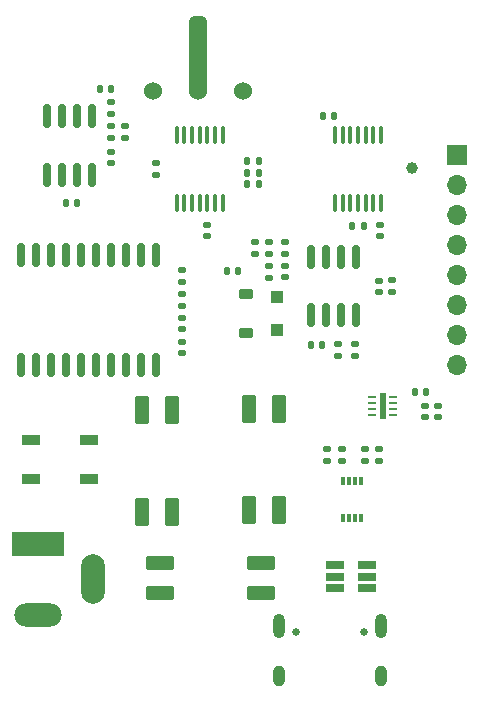
<source format=gbr>
%TF.GenerationSoftware,KiCad,Pcbnew,7.0.10*%
%TF.CreationDate,2024-03-09T07:06:28+08:00*%
%TF.ProjectId,ESP32Sensor-Sensor_board,45535033-3253-4656-9e73-6f722d53656e,rev?*%
%TF.SameCoordinates,Original*%
%TF.FileFunction,Soldermask,Bot*%
%TF.FilePolarity,Negative*%
%FSLAX46Y46*%
G04 Gerber Fmt 4.6, Leading zero omitted, Abs format (unit mm)*
G04 Created by KiCad (PCBNEW 7.0.10) date 2024-03-09 07:06:28*
%MOMM*%
%LPD*%
G01*
G04 APERTURE LIST*
G04 Aperture macros list*
%AMRoundRect*
0 Rectangle with rounded corners*
0 $1 Rounding radius*
0 $2 $3 $4 $5 $6 $7 $8 $9 X,Y pos of 4 corners*
0 Add a 4 corners polygon primitive as box body*
4,1,4,$2,$3,$4,$5,$6,$7,$8,$9,$2,$3,0*
0 Add four circle primitives for the rounded corners*
1,1,$1+$1,$2,$3*
1,1,$1+$1,$4,$5*
1,1,$1+$1,$6,$7*
1,1,$1+$1,$8,$9*
0 Add four rect primitives between the rounded corners*
20,1,$1+$1,$2,$3,$4,$5,0*
20,1,$1+$1,$4,$5,$6,$7,0*
20,1,$1+$1,$6,$7,$8,$9,0*
20,1,$1+$1,$8,$9,$2,$3,0*%
G04 Aperture macros list end*
%ADD10O,1.000000X2.100000*%
%ADD11O,1.000000X1.800000*%
%ADD12C,0.650000*%
%ADD13R,4.500000X2.000000*%
%ADD14O,4.000000X2.000000*%
%ADD15O,2.000000X4.200000*%
%ADD16RoundRect,0.113000X-0.452000X1.107000X-0.452000X-1.107000X0.452000X-1.107000X0.452000X1.107000X0*%
%ADD17RoundRect,0.100000X-0.100000X0.637500X-0.100000X-0.637500X0.100000X-0.637500X0.100000X0.637500X0*%
%ADD18RoundRect,0.135000X-0.185000X0.135000X-0.185000X-0.135000X0.185000X-0.135000X0.185000X0.135000X0*%
%ADD19RoundRect,0.140000X-0.170000X0.140000X-0.170000X-0.140000X0.170000X-0.140000X0.170000X0.140000X0*%
%ADD20RoundRect,0.140000X0.170000X-0.140000X0.170000X0.140000X-0.170000X0.140000X-0.170000X-0.140000X0*%
%ADD21RoundRect,0.147500X0.147500X0.172500X-0.147500X0.172500X-0.147500X-0.172500X0.147500X-0.172500X0*%
%ADD22RoundRect,0.250000X0.300000X-0.300000X0.300000X0.300000X-0.300000X0.300000X-0.300000X-0.300000X0*%
%ADD23RoundRect,0.150000X-0.150000X0.825000X-0.150000X-0.825000X0.150000X-0.825000X0.150000X0.825000X0*%
%ADD24RoundRect,0.135000X0.185000X-0.135000X0.185000X0.135000X-0.185000X0.135000X-0.185000X-0.135000X0*%
%ADD25RoundRect,0.140000X0.140000X0.170000X-0.140000X0.170000X-0.140000X-0.170000X0.140000X-0.170000X0*%
%ADD26RoundRect,0.135000X0.135000X0.185000X-0.135000X0.185000X-0.135000X-0.185000X0.135000X-0.185000X0*%
%ADD27RoundRect,0.140000X-0.140000X-0.170000X0.140000X-0.170000X0.140000X0.170000X-0.140000X0.170000X0*%
%ADD28R,1.700000X1.700000*%
%ADD29O,1.700000X1.700000*%
%ADD30R,1.560000X0.650000*%
%ADD31RoundRect,0.225000X0.375000X-0.225000X0.375000X0.225000X-0.375000X0.225000X-0.375000X-0.225000X0*%
%ADD32RoundRect,0.113000X1.107000X0.452000X-1.107000X0.452000X-1.107000X-0.452000X1.107000X-0.452000X0*%
%ADD33RoundRect,0.147500X-0.147500X-0.172500X0.147500X-0.172500X0.147500X0.172500X-0.147500X0.172500X0*%
%ADD34R,0.300000X0.800000*%
%ADD35RoundRect,0.150000X-0.150000X0.875000X-0.150000X-0.875000X0.150000X-0.875000X0.150000X0.875000X0*%
%ADD36R,0.700000X0.250000*%
%ADD37R,0.610000X2.200000*%
%ADD38RoundRect,0.100000X0.100000X-0.637500X0.100000X0.637500X-0.100000X0.637500X-0.100000X-0.637500X0*%
%ADD39C,1.000000*%
%ADD40R,1.500000X0.900000*%
%ADD41C,1.524000*%
%ADD42RoundRect,0.381000X-0.381000X-2.794000X0.381000X-2.794000X0.381000X2.794000X-0.381000X2.794000X0*%
G04 APERTURE END LIST*
D10*
%TO.C,J3*%
X166420000Y-128210000D03*
D11*
X166420000Y-132390000D03*
X157780000Y-132390000D03*
D10*
X157780000Y-128210000D03*
D12*
X164990000Y-128710000D03*
X159210000Y-128710000D03*
%TD*%
D13*
%TO.C,J1*%
X137400000Y-121250000D03*
D14*
X137400000Y-127250000D03*
D15*
X142100000Y-124250000D03*
%TD*%
D16*
%TO.C,S2*%
X155230000Y-109800000D03*
X155230000Y-118400000D03*
X157770000Y-109800000D03*
X157770000Y-118400000D03*
%TD*%
D17*
%TO.C,U1*%
X162550000Y-86637500D03*
X163200000Y-86637500D03*
X163850000Y-86637500D03*
X164500000Y-86637500D03*
X165150000Y-86637500D03*
X165800000Y-86637500D03*
X166450000Y-86637500D03*
X166450000Y-92362500D03*
X165800000Y-92362500D03*
X165150000Y-92362500D03*
X164500000Y-92362500D03*
X163850000Y-92362500D03*
X163200000Y-92362500D03*
X162550000Y-92362500D03*
%TD*%
D18*
%TO.C,R6*%
X149600000Y-100090000D03*
X149600000Y-101110000D03*
%TD*%
D19*
%TO.C,C9*%
X149600000Y-102120000D03*
X149600000Y-103080000D03*
%TD*%
D20*
%TO.C,C33*%
X151700000Y-95180000D03*
X151700000Y-94220000D03*
%TD*%
%TO.C,C6*%
X147400000Y-89980000D03*
X147400000Y-89020000D03*
%TD*%
D21*
%TO.C,FB3*%
X170260000Y-108416000D03*
X169290000Y-108416000D03*
%TD*%
D20*
%TO.C,C15*%
X170150000Y-110496000D03*
X170150000Y-109536000D03*
%TD*%
D22*
%TO.C,CR2*%
X157600000Y-103100000D03*
X157600000Y-100300000D03*
%TD*%
D23*
%TO.C,U4*%
X138195000Y-85025000D03*
X139465000Y-85025000D03*
X140735000Y-85025000D03*
X142005000Y-85025000D03*
X142005000Y-89975000D03*
X140735000Y-89975000D03*
X139465000Y-89975000D03*
X138195000Y-89975000D03*
%TD*%
D24*
%TO.C,R9*%
X143600000Y-84810000D03*
X143600000Y-83790000D03*
%TD*%
%TO.C,R21*%
X161850000Y-114210000D03*
X161850000Y-113190000D03*
%TD*%
D19*
%TO.C,C3*%
X149600000Y-104120000D03*
X149600000Y-105080000D03*
%TD*%
D25*
%TO.C,C8*%
X140720000Y-92350000D03*
X139760000Y-92350000D03*
%TD*%
D24*
%TO.C,R12*%
X155800000Y-96720000D03*
X155800000Y-95700000D03*
%TD*%
D26*
%TO.C,R2*%
X156110000Y-88800000D03*
X155090000Y-88800000D03*
%TD*%
D27*
%TO.C,C11*%
X160520000Y-104400000D03*
X161480000Y-104400000D03*
%TD*%
D19*
%TO.C,C12*%
X157000000Y-95720000D03*
X157000000Y-96680000D03*
%TD*%
D26*
%TO.C,R3*%
X156110000Y-89800000D03*
X155090000Y-89800000D03*
%TD*%
D18*
%TO.C,R14*%
X162800000Y-104326200D03*
X162800000Y-105346200D03*
%TD*%
D28*
%TO.C,J6*%
X172900000Y-88280000D03*
D29*
X172900000Y-90820000D03*
X172900000Y-93360000D03*
X172900000Y-95900000D03*
X172900000Y-98440000D03*
X172900000Y-100980000D03*
X172900000Y-103520000D03*
X172900000Y-106060000D03*
%TD*%
D23*
%TO.C,U6*%
X160495000Y-96925000D03*
X161765000Y-96925000D03*
X163035000Y-96925000D03*
X164305000Y-96925000D03*
X164305000Y-101875000D03*
X163035000Y-101875000D03*
X161765000Y-101875000D03*
X160495000Y-101875000D03*
%TD*%
D18*
%TO.C,R11*%
X167400000Y-98910000D03*
X167400000Y-99930000D03*
%TD*%
D24*
%TO.C,R17*%
X165060000Y-114220000D03*
X165060000Y-113200000D03*
%TD*%
D30*
%TO.C,CR1*%
X162550000Y-124950000D03*
X162550000Y-124000000D03*
X162550000Y-123050000D03*
X165250000Y-123050000D03*
X165250000Y-124000000D03*
X165250000Y-124950000D03*
%TD*%
D18*
%TO.C,R13*%
X158300000Y-95690000D03*
X158300000Y-96710000D03*
%TD*%
D31*
%TO.C,CR3*%
X155000000Y-103350000D03*
X155000000Y-100050000D03*
%TD*%
D32*
%TO.C,S1*%
X156300000Y-122830000D03*
X147700000Y-122830000D03*
X156300000Y-125370000D03*
X147700000Y-125370000D03*
%TD*%
D33*
%TO.C,FB4*%
X153362600Y-98150000D03*
X154332600Y-98150000D03*
%TD*%
D34*
%TO.C,U12*%
X164750000Y-119050000D03*
X164250000Y-119050000D03*
X163750000Y-119050000D03*
X163250000Y-119050000D03*
X163250000Y-115950000D03*
X163750000Y-115950000D03*
X164250000Y-115950000D03*
X164750000Y-115950000D03*
%TD*%
D26*
%TO.C,R4*%
X156110000Y-90800000D03*
X155090000Y-90800000D03*
%TD*%
D19*
%TO.C,C13*%
X158300000Y-97720000D03*
X158300000Y-98680000D03*
%TD*%
D20*
%TO.C,C7*%
X143600000Y-88980000D03*
X143600000Y-88020000D03*
%TD*%
D27*
%TO.C,C4*%
X161545000Y-84975000D03*
X162505000Y-84975000D03*
%TD*%
D19*
%TO.C,C14*%
X166300000Y-98940000D03*
X166300000Y-99900000D03*
%TD*%
D25*
%TO.C,C10*%
X143580000Y-82700000D03*
X142620000Y-82700000D03*
%TD*%
D20*
%TO.C,C32*%
X166400000Y-95191200D03*
X166400000Y-94231200D03*
%TD*%
D18*
%TO.C,R15*%
X164200000Y-104326200D03*
X164200000Y-105346200D03*
%TD*%
D35*
%TO.C,U3*%
X135985000Y-96750000D03*
X137255000Y-96750000D03*
X138525000Y-96750000D03*
X139795000Y-96750000D03*
X141065000Y-96750000D03*
X142335000Y-96750000D03*
X143605000Y-96750000D03*
X144875000Y-96750000D03*
X146145000Y-96750000D03*
X147415000Y-96750000D03*
X147415000Y-106050000D03*
X146145000Y-106050000D03*
X144875000Y-106050000D03*
X143605000Y-106050000D03*
X142335000Y-106050000D03*
X141065000Y-106050000D03*
X139795000Y-106050000D03*
X138525000Y-106050000D03*
X137255000Y-106050000D03*
X135985000Y-106050000D03*
%TD*%
D36*
%TO.C,U7*%
X167500000Y-108800000D03*
X167500000Y-109300000D03*
X167500000Y-109800000D03*
X167500000Y-110300000D03*
X165650000Y-110300000D03*
X165650000Y-109800000D03*
X165650000Y-109300000D03*
X165650000Y-108800000D03*
D37*
X166575000Y-109550000D03*
%TD*%
D24*
%TO.C,R5*%
X149600000Y-99100000D03*
X149600000Y-98080000D03*
%TD*%
D20*
%TO.C,C21*%
X166270000Y-114190000D03*
X166270000Y-113230000D03*
%TD*%
D38*
%TO.C,U2*%
X153050000Y-92362500D03*
X152400000Y-92362500D03*
X151750000Y-92362500D03*
X151100000Y-92362500D03*
X150450000Y-92362500D03*
X149800000Y-92362500D03*
X149150000Y-92362500D03*
X149150000Y-86637500D03*
X149800000Y-86637500D03*
X150450000Y-86637500D03*
X151100000Y-86637500D03*
X151750000Y-86637500D03*
X152400000Y-86637500D03*
X153050000Y-86637500D03*
%TD*%
D24*
%TO.C,R8*%
X144800000Y-86910000D03*
X144800000Y-85890000D03*
%TD*%
D16*
%TO.C,S3*%
X146230000Y-109900000D03*
X146230000Y-118500000D03*
X148770000Y-109900000D03*
X148770000Y-118500000D03*
%TD*%
D24*
%TO.C,R7*%
X143600000Y-86910000D03*
X143600000Y-85890000D03*
%TD*%
D18*
%TO.C,R10*%
X157000000Y-97690000D03*
X157000000Y-98710000D03*
%TD*%
D39*
%TO.C,TP4*%
X169100000Y-89400000D03*
%TD*%
D24*
%TO.C,R20*%
X163100000Y-114210000D03*
X163100000Y-113190000D03*
%TD*%
D25*
%TO.C,C5*%
X164980000Y-94311200D03*
X164020000Y-94311200D03*
%TD*%
D40*
%TO.C,D1*%
X141750000Y-112450000D03*
X141750000Y-115750000D03*
X136850000Y-115750000D03*
X136850000Y-112450000D03*
%TD*%
D20*
%TO.C,C16*%
X171275000Y-110505000D03*
X171275000Y-109545000D03*
%TD*%
D41*
%TO.C,PD1*%
X154726500Y-82904500D03*
X147170000Y-82904500D03*
D42*
X150916500Y-79729500D03*
D41*
X150916500Y-82904500D03*
%TD*%
M02*

</source>
